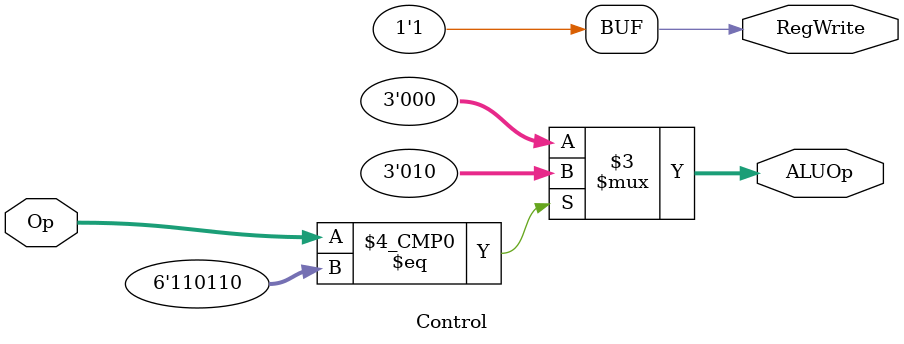
<source format=v>
module Control(
input [5:0]Op,
output reg RegWrite,
output reg [2:0]ALUOp
);

always@(Op)begin
    RegWrite <= 1;
    case(Op)
        6'd54:
            ALUOp <= 3'b010;
        default:
            ALUOp <= 3'b000;
            
    endcase


end

endmodule
</source>
